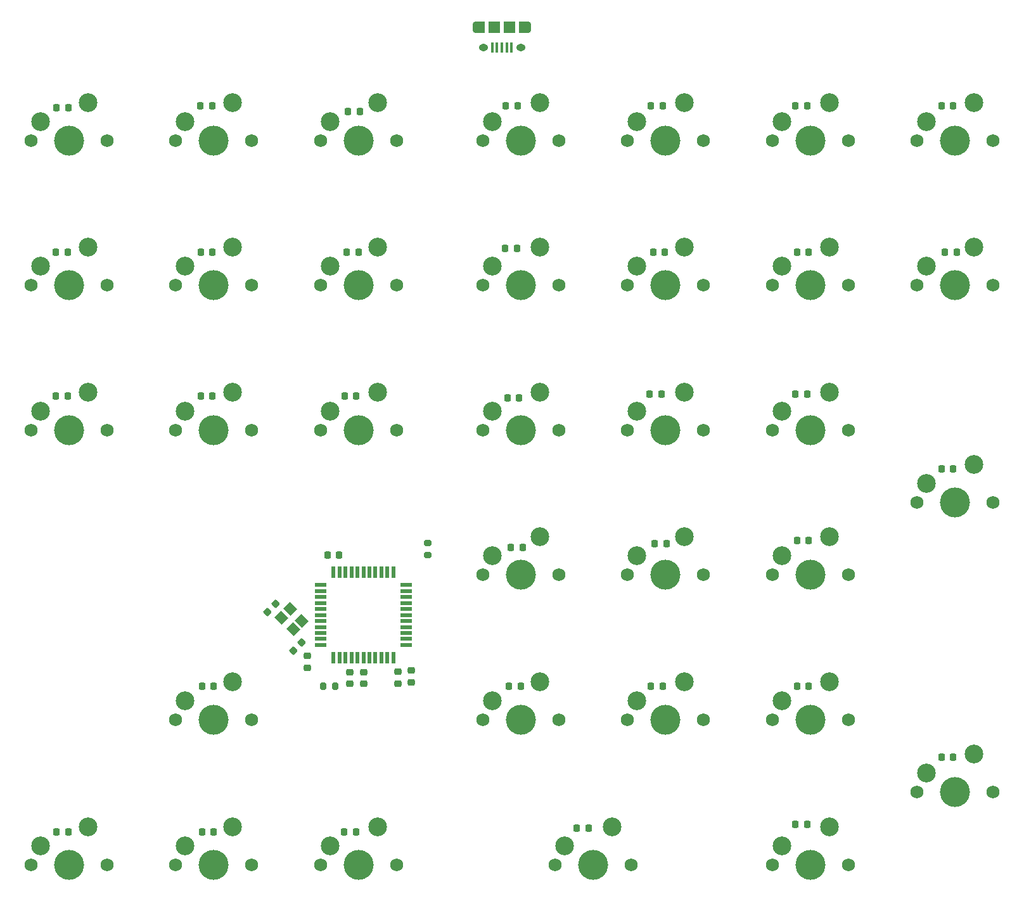
<source format=gbr>
%TF.GenerationSoftware,KiCad,Pcbnew,8.0.3*%
%TF.CreationDate,2024-06-19T10:52:00-07:00*%
%TF.ProjectId,CustomNumpad,43757374-6f6d-44e7-956d-7061642e6b69,rev?*%
%TF.SameCoordinates,Original*%
%TF.FileFunction,Soldermask,Bot*%
%TF.FilePolarity,Negative*%
%FSLAX46Y46*%
G04 Gerber Fmt 4.6, Leading zero omitted, Abs format (unit mm)*
G04 Created by KiCad (PCBNEW 8.0.3) date 2024-06-19 10:52:00*
%MOMM*%
%LPD*%
G01*
G04 APERTURE LIST*
G04 Aperture macros list*
%AMRoundRect*
0 Rectangle with rounded corners*
0 $1 Rounding radius*
0 $2 $3 $4 $5 $6 $7 $8 $9 X,Y pos of 4 corners*
0 Add a 4 corners polygon primitive as box body*
4,1,4,$2,$3,$4,$5,$6,$7,$8,$9,$2,$3,0*
0 Add four circle primitives for the rounded corners*
1,1,$1+$1,$2,$3*
1,1,$1+$1,$4,$5*
1,1,$1+$1,$6,$7*
1,1,$1+$1,$8,$9*
0 Add four rect primitives between the rounded corners*
20,1,$1+$1,$2,$3,$4,$5,0*
20,1,$1+$1,$4,$5,$6,$7,0*
20,1,$1+$1,$6,$7,$8,$9,0*
20,1,$1+$1,$8,$9,$2,$3,0*%
%AMRotRect*
0 Rectangle, with rotation*
0 The origin of the aperture is its center*
0 $1 length*
0 $2 width*
0 $3 Rotation angle, in degrees counterclockwise*
0 Add horizontal line*
21,1,$1,$2,0,0,$3*%
G04 Aperture macros list end*
%ADD10C,2.500000*%
%ADD11C,4.000000*%
%ADD12C,1.750000*%
%ADD13RoundRect,0.218750X0.218750X0.256250X-0.218750X0.256250X-0.218750X-0.256250X0.218750X-0.256250X0*%
%ADD14R,0.400000X1.350000*%
%ADD15O,0.890000X1.550000*%
%ADD16R,1.200000X1.550000*%
%ADD17O,1.250000X0.950000*%
%ADD18R,1.500000X1.550000*%
%ADD19RoundRect,0.225000X-0.250000X0.225000X-0.250000X-0.225000X0.250000X-0.225000X0.250000X0.225000X0*%
%ADD20RoundRect,0.225000X0.250000X-0.225000X0.250000X0.225000X-0.250000X0.225000X-0.250000X-0.225000X0*%
%ADD21RoundRect,0.200000X0.275000X-0.200000X0.275000X0.200000X-0.275000X0.200000X-0.275000X-0.200000X0*%
%ADD22R,0.550000X1.500000*%
%ADD23R,1.500000X0.550000*%
%ADD24RoundRect,0.225000X0.017678X-0.335876X0.335876X-0.017678X-0.017678X0.335876X-0.335876X0.017678X0*%
%ADD25RotRect,1.400000X1.200000X135.000000*%
%ADD26RoundRect,0.225000X0.225000X0.250000X-0.225000X0.250000X-0.225000X-0.250000X0.225000X-0.250000X0*%
%ADD27RoundRect,0.200000X0.200000X0.275000X-0.200000X0.275000X-0.200000X-0.275000X0.200000X-0.275000X0*%
G04 APERTURE END LIST*
D10*
%TO.C,SW34*%
X89540000Y-32060000D03*
X95890000Y-29520000D03*
D11*
X93350000Y-34600000D03*
D12*
X88270000Y-34600000D03*
X98430000Y-34600000D03*
%TD*%
D10*
%TO.C,SW33*%
X70190000Y-32060000D03*
X76540000Y-29520000D03*
D11*
X74000000Y-34600000D03*
D12*
X68920000Y-34600000D03*
X79080000Y-34600000D03*
%TD*%
D10*
%TO.C,SW32*%
X50840000Y-32060000D03*
X57190000Y-29520000D03*
D11*
X54650000Y-34600000D03*
D12*
X49570000Y-34600000D03*
X59730000Y-34600000D03*
%TD*%
D10*
%TO.C,SW31*%
X89540000Y-51410000D03*
X95890000Y-48870000D03*
D11*
X93350000Y-53950000D03*
D12*
X88270000Y-53950000D03*
X98430000Y-53950000D03*
%TD*%
D10*
%TO.C,SW30*%
X70190000Y-51410000D03*
X76540000Y-48870000D03*
D11*
X74000000Y-53950000D03*
D12*
X68920000Y-53950000D03*
X79080000Y-53950000D03*
%TD*%
D10*
%TO.C,SW29*%
X50840000Y-51410000D03*
X57190000Y-48870000D03*
D11*
X54650000Y-53950000D03*
D12*
X49570000Y-53950000D03*
X59730000Y-53950000D03*
%TD*%
D10*
%TO.C,SW28*%
X50840000Y-70760000D03*
X57190000Y-68220000D03*
D11*
X54650000Y-73300000D03*
D12*
X49570000Y-73300000D03*
X59730000Y-73300000D03*
%TD*%
D10*
%TO.C,SW27*%
X70190000Y-70760000D03*
X76540000Y-68220000D03*
D11*
X74000000Y-73300000D03*
D12*
X68920000Y-73300000D03*
X79080000Y-73300000D03*
%TD*%
D10*
%TO.C,SW26*%
X89540000Y-70760000D03*
X95890000Y-68220000D03*
D11*
X93350000Y-73300000D03*
D12*
X88270000Y-73300000D03*
X98430000Y-73300000D03*
%TD*%
D13*
%TO.C,D34*%
X93500000Y-30750000D03*
X91925000Y-30750000D03*
%TD*%
%TO.C,D33*%
X73787500Y-30000000D03*
X72212500Y-30000000D03*
%TD*%
%TO.C,D32*%
X54575000Y-30250000D03*
X53000000Y-30250000D03*
%TD*%
%TO.C,D31*%
X93325000Y-49500000D03*
X91750000Y-49500000D03*
%TD*%
%TO.C,D30*%
X72250000Y-49500000D03*
X73825000Y-49500000D03*
%TD*%
%TO.C,D29*%
X52925000Y-49500000D03*
X54500000Y-49500000D03*
%TD*%
%TO.C,D28*%
X54500000Y-68750000D03*
X52925000Y-68750000D03*
%TD*%
%TO.C,D27*%
X73825000Y-68750000D03*
X72250000Y-68750000D03*
%TD*%
%TO.C,D26*%
X93037500Y-68750000D03*
X91462500Y-68750000D03*
%TD*%
D14*
%TO.C,J1*%
X111200000Y-22150000D03*
X111850000Y-22150000D03*
X112500000Y-22150000D03*
X113150000Y-22150000D03*
X113800000Y-22150000D03*
D15*
X109000000Y-19450000D03*
D16*
X109600000Y-19450000D03*
D17*
X110000000Y-22150000D03*
D18*
X111500000Y-19450000D03*
X113500000Y-19450000D03*
D17*
X115000000Y-22150000D03*
D16*
X115400000Y-19450000D03*
D15*
X116000000Y-19450000D03*
%TD*%
D12*
%TO.C,SW9*%
X148620000Y-73300000D03*
D11*
X153700000Y-73300000D03*
D12*
X158780000Y-73300000D03*
D10*
X149890000Y-70760000D03*
X156240000Y-68220000D03*
%TD*%
D12*
%TO.C,SW6*%
X148620000Y-92650000D03*
D11*
X153700000Y-92650000D03*
D12*
X158780000Y-92650000D03*
D10*
X149890000Y-90110000D03*
X156240000Y-87570000D03*
%TD*%
D12*
%TO.C,SW5*%
X129270000Y-92650000D03*
D11*
X134350000Y-92650000D03*
D12*
X139430000Y-92650000D03*
D10*
X130540000Y-90110000D03*
X136890000Y-87570000D03*
%TD*%
D12*
%TO.C,SW15*%
X167970000Y-121675000D03*
D11*
X173050000Y-121675000D03*
D12*
X178130000Y-121675000D03*
D10*
X169240000Y-119135000D03*
X175590000Y-116595000D03*
%TD*%
D12*
%TO.C,SW1*%
X109920000Y-112000000D03*
D11*
X115000000Y-112000000D03*
D12*
X120080000Y-112000000D03*
D10*
X111190000Y-109460000D03*
X117540000Y-106920000D03*
%TD*%
D12*
%TO.C,SW7*%
X109920000Y-73300000D03*
D11*
X115000000Y-73300000D03*
D12*
X120080000Y-73300000D03*
D10*
X111190000Y-70760000D03*
X117540000Y-68220000D03*
%TD*%
D12*
%TO.C,SW2*%
X129270000Y-112000000D03*
D11*
X134350000Y-112000000D03*
D12*
X139430000Y-112000000D03*
D10*
X130540000Y-109460000D03*
X136890000Y-106920000D03*
%TD*%
D12*
%TO.C,SW25*%
X68920000Y-112000000D03*
D11*
X74000000Y-112000000D03*
D12*
X79080000Y-112000000D03*
D10*
X70190000Y-109460000D03*
X76540000Y-106920000D03*
%TD*%
D12*
%TO.C,SW12*%
X148620000Y-53950000D03*
D11*
X153700000Y-53950000D03*
D12*
X158780000Y-53950000D03*
D10*
X149890000Y-51410000D03*
X156240000Y-48870000D03*
%TD*%
D12*
%TO.C,SW22*%
X49570000Y-131350000D03*
D11*
X54650000Y-131350000D03*
D12*
X59730000Y-131350000D03*
D10*
X50840000Y-128810000D03*
X57190000Y-126270000D03*
%TD*%
D12*
%TO.C,SW8*%
X129270000Y-73300000D03*
D11*
X134350000Y-73300000D03*
D12*
X139430000Y-73300000D03*
D10*
X130540000Y-70760000D03*
X136890000Y-68220000D03*
%TD*%
D12*
%TO.C,SW13*%
X167970000Y-53950000D03*
D11*
X173050000Y-53950000D03*
D12*
X178130000Y-53950000D03*
D10*
X169240000Y-51410000D03*
X175590000Y-48870000D03*
%TD*%
D12*
%TO.C,SW11*%
X129270000Y-53950000D03*
D11*
X134350000Y-53950000D03*
D12*
X139430000Y-53950000D03*
D10*
X130540000Y-51410000D03*
X136890000Y-48870000D03*
%TD*%
D12*
%TO.C,SW20*%
X148620000Y-34600000D03*
D11*
X153700000Y-34600000D03*
D12*
X158780000Y-34600000D03*
D10*
X149890000Y-32060000D03*
X156240000Y-29520000D03*
%TD*%
D12*
%TO.C,SW17*%
X119595000Y-131350000D03*
D11*
X124675000Y-131350000D03*
D12*
X129755000Y-131350000D03*
D10*
X120865000Y-128810000D03*
X127215000Y-126270000D03*
%TD*%
D12*
%TO.C,SW14*%
X167970000Y-82975000D03*
D11*
X173050000Y-82975000D03*
D12*
X178130000Y-82975000D03*
D10*
X169240000Y-80435000D03*
X175590000Y-77895000D03*
%TD*%
D12*
%TO.C,SW24*%
X88270000Y-131350000D03*
D11*
X93350000Y-131350000D03*
D12*
X98430000Y-131350000D03*
D10*
X89540000Y-128810000D03*
X95890000Y-126270000D03*
%TD*%
D12*
%TO.C,SW4*%
X109920000Y-92650000D03*
D11*
X115000000Y-92650000D03*
D12*
X120080000Y-92650000D03*
D10*
X111190000Y-90110000D03*
X117540000Y-87570000D03*
%TD*%
D12*
%TO.C,SW18*%
X109920000Y-34600000D03*
D11*
X115000000Y-34600000D03*
D12*
X120080000Y-34600000D03*
D10*
X111190000Y-32060000D03*
X117540000Y-29520000D03*
%TD*%
D12*
%TO.C,SW3*%
X148620000Y-112000000D03*
D11*
X153700000Y-112000000D03*
D12*
X158780000Y-112000000D03*
D10*
X149890000Y-109460000D03*
X156240000Y-106920000D03*
%TD*%
D12*
%TO.C,SW19*%
X129270000Y-34600000D03*
D11*
X134350000Y-34600000D03*
D12*
X139430000Y-34600000D03*
D10*
X130540000Y-32060000D03*
X136890000Y-29520000D03*
%TD*%
D12*
%TO.C,SW23*%
X68920000Y-131350000D03*
D11*
X74000000Y-131350000D03*
D12*
X79080000Y-131350000D03*
D10*
X70190000Y-128810000D03*
X76540000Y-126270000D03*
%TD*%
D12*
%TO.C,SW16*%
X148620000Y-131350000D03*
D11*
X153700000Y-131350000D03*
D12*
X158780000Y-131350000D03*
D10*
X149890000Y-128810000D03*
X156240000Y-126270000D03*
%TD*%
D12*
%TO.C,SW10*%
X109920000Y-53950000D03*
D11*
X115000000Y-53950000D03*
D12*
X120080000Y-53950000D03*
D10*
X111190000Y-51410000D03*
X117540000Y-48870000D03*
%TD*%
D12*
%TO.C,SW21*%
X167970000Y-34600000D03*
D11*
X173050000Y-34600000D03*
D12*
X178130000Y-34600000D03*
D10*
X169240000Y-32060000D03*
X175590000Y-29520000D03*
%TD*%
D13*
%TO.C,D4*%
X115287500Y-89000000D03*
X113712500Y-89000000D03*
%TD*%
%TO.C,D23*%
X74000000Y-127000000D03*
X72425000Y-127000000D03*
%TD*%
%TO.C,D2*%
X134000000Y-107500000D03*
X132425000Y-107500000D03*
%TD*%
%TO.C,D14*%
X172787500Y-78500000D03*
X171212500Y-78500000D03*
%TD*%
D19*
%TO.C,C3*%
X100400000Y-105425000D03*
X100400000Y-106975000D03*
%TD*%
D20*
%TO.C,C8*%
X94000000Y-107175000D03*
X94000000Y-105625000D03*
%TD*%
D13*
%TO.C,D10*%
X114500000Y-49000000D03*
X112925000Y-49000000D03*
%TD*%
%TO.C,D13*%
X173287500Y-49500000D03*
X171712500Y-49500000D03*
%TD*%
%TO.C,D15*%
X172787500Y-117000000D03*
X171212500Y-117000000D03*
%TD*%
%TO.C,D3*%
X153500000Y-107500000D03*
X151925000Y-107500000D03*
%TD*%
%TO.C,D8*%
X133787500Y-68500000D03*
X132212500Y-68500000D03*
%TD*%
%TO.C,D18*%
X114575000Y-30000000D03*
X113000000Y-30000000D03*
%TD*%
%TO.C,D11*%
X134287500Y-49500000D03*
X132712500Y-49500000D03*
%TD*%
%TO.C,D20*%
X153287500Y-30000000D03*
X151712500Y-30000000D03*
%TD*%
%TO.C,D25*%
X74000000Y-107500000D03*
X72425000Y-107500000D03*
%TD*%
D21*
%TO.C,R11*%
X102600000Y-90025000D03*
X102600000Y-88375000D03*
%TD*%
D19*
%TO.C,C7*%
X98600000Y-105600000D03*
X98600000Y-107150000D03*
%TD*%
D13*
%TO.C,D22*%
X54575000Y-127000000D03*
X53000000Y-127000000D03*
%TD*%
%TO.C,D16*%
X153287500Y-126000000D03*
X151712500Y-126000000D03*
%TD*%
%TO.C,D6*%
X153500000Y-88000000D03*
X151925000Y-88000000D03*
%TD*%
%TO.C,D9*%
X153287500Y-68500000D03*
X151712500Y-68500000D03*
%TD*%
%TO.C,D5*%
X134500000Y-88500000D03*
X132925000Y-88500000D03*
%TD*%
D22*
%TO.C,U1*%
X98000000Y-103700000D03*
X97200000Y-103700000D03*
X96400000Y-103700000D03*
X95600000Y-103700000D03*
X94800000Y-103700000D03*
X94000000Y-103700000D03*
X93200000Y-103700000D03*
X92400000Y-103700000D03*
X91600000Y-103700000D03*
X90800000Y-103700000D03*
X90000000Y-103700000D03*
D23*
X88300000Y-102000000D03*
X88300000Y-101200000D03*
X88300000Y-100400000D03*
X88300000Y-99600000D03*
X88300000Y-98800000D03*
X88300000Y-98000000D03*
X88300000Y-97200000D03*
X88300000Y-96400000D03*
X88300000Y-95600000D03*
X88300000Y-94800000D03*
X88300000Y-94000000D03*
D22*
X90000000Y-92300000D03*
X90800000Y-92300000D03*
X91600000Y-92300000D03*
X92400000Y-92300000D03*
X93200000Y-92300000D03*
X94000000Y-92300000D03*
X94800000Y-92300000D03*
X95600000Y-92300000D03*
X96400000Y-92300000D03*
X97200000Y-92300000D03*
X98000000Y-92300000D03*
D23*
X99700000Y-94000000D03*
X99700000Y-94800000D03*
X99700000Y-95600000D03*
X99700000Y-96400000D03*
X99700000Y-97200000D03*
X99700000Y-98000000D03*
X99700000Y-98800000D03*
X99700000Y-99600000D03*
X99700000Y-100400000D03*
X99700000Y-101200000D03*
X99700000Y-102000000D03*
%TD*%
D24*
%TO.C,C2*%
X84651992Y-102748008D03*
X85748008Y-101651992D03*
%TD*%
D13*
%TO.C,D19*%
X134000000Y-30000000D03*
X132425000Y-30000000D03*
%TD*%
%TO.C,D21*%
X172787500Y-30000000D03*
X171212500Y-30000000D03*
%TD*%
D19*
%TO.C,C5*%
X92200000Y-105625000D03*
X92200000Y-107175000D03*
%TD*%
D13*
%TO.C,D12*%
X153500000Y-49500000D03*
X151925000Y-49500000D03*
%TD*%
D25*
%TO.C,Y2*%
X84624264Y-99887006D03*
X83068629Y-98331371D03*
X84200000Y-97200000D03*
X85755635Y-98755635D03*
%TD*%
D13*
%TO.C,D24*%
X93000000Y-127000000D03*
X91425000Y-127000000D03*
%TD*%
%TO.C,D7*%
X114787500Y-69000000D03*
X113212500Y-69000000D03*
%TD*%
D26*
%TO.C,C4*%
X90775000Y-90000000D03*
X89225000Y-90000000D03*
%TD*%
D27*
%TO.C,R10*%
X90250000Y-107500000D03*
X88600000Y-107500000D03*
%TD*%
D24*
%TO.C,C1*%
X81200000Y-97600000D03*
X82296016Y-96503984D03*
%TD*%
D13*
%TO.C,D17*%
X124075000Y-126500000D03*
X122500000Y-126500000D03*
%TD*%
%TO.C,D1*%
X115000000Y-107500000D03*
X113425000Y-107500000D03*
%TD*%
D19*
%TO.C,C6*%
X86500000Y-103475000D03*
X86500000Y-105025000D03*
%TD*%
M02*

</source>
